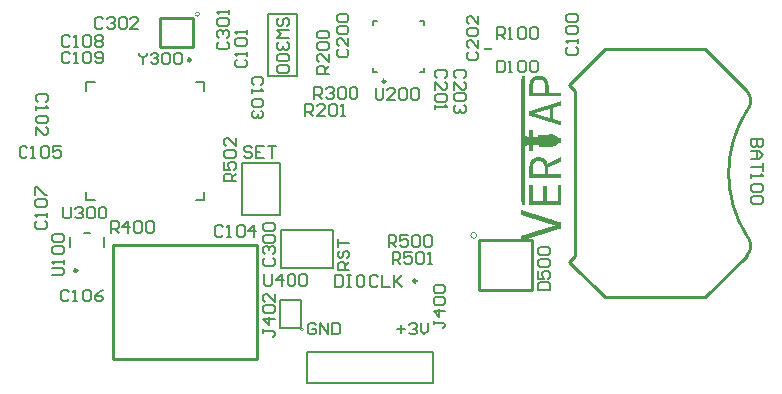
<source format=gbr>
%TF.GenerationSoftware,Altium Limited,Altium Designer,23.8.1 (32)*%
G04 Layer_Color=65535*
%FSLAX45Y45*%
%MOMM*%
%TF.SameCoordinates,BDBBB65B-ECCD-4A33-B3A0-C369F96B0D16*%
%TF.FilePolarity,Positive*%
%TF.FileFunction,Legend,Top*%
%TF.Part,Single*%
G01*
G75*
%TA.AperFunction,NonConductor*%
%ADD44C,0.25000*%
%ADD45C,0.25400*%
%ADD46C,0.12500*%
%ADD47C,0.20000*%
%ADD48C,0.12700*%
%ADD49C,0.15300*%
%ADD50R,0.80000X0.15000*%
G36*
X1257307Y830694D02*
X1264150D01*
Y829325D01*
X1269624D01*
Y827957D01*
X1273729D01*
Y826588D01*
X1277835D01*
Y825220D01*
X1280572D01*
Y823852D01*
X1283309D01*
Y822483D01*
X1286046D01*
Y821114D01*
X1288783D01*
Y819746D01*
X1290152D01*
Y818377D01*
X1292889D01*
Y817009D01*
X1294257D01*
Y815640D01*
X1295626D01*
Y814272D01*
X1296994D01*
Y812903D01*
X1299731D01*
Y811535D01*
X1301100D01*
Y808798D01*
X1302468D01*
Y807429D01*
X1303837D01*
Y806061D01*
X1305205D01*
Y804692D01*
X1306574D01*
Y803324D01*
X1307943D01*
Y800587D01*
X1309311D01*
Y799218D01*
X1310680D01*
Y796481D01*
X1312048D01*
Y795112D01*
X1313416D01*
Y791007D01*
X1314785D01*
Y788270D01*
X1316154D01*
Y785533D01*
X1317522D01*
Y781427D01*
X1318891D01*
Y777322D01*
X1320259D01*
Y773216D01*
X1321628D01*
Y765005D01*
X1322996D01*
Y749951D01*
X1324365D01*
Y686999D01*
X1429741D01*
Y655523D01*
X1161511D01*
Y758162D01*
X1162879D01*
Y767742D01*
X1164247D01*
Y774585D01*
X1165616D01*
Y778690D01*
X1166984D01*
Y784164D01*
X1168353D01*
Y786901D01*
X1169722D01*
Y791007D01*
X1171090D01*
Y793744D01*
X1172459D01*
Y795112D01*
X1173827D01*
Y797850D01*
X1175196D01*
Y799218D01*
X1176564D01*
Y801955D01*
X1177933D01*
Y803324D01*
X1179301D01*
Y804692D01*
X1180670D01*
Y807429D01*
X1182038D01*
Y808798D01*
X1183407D01*
Y810166D01*
X1184775D01*
Y811535D01*
X1186144D01*
Y812903D01*
X1187512D01*
Y814272D01*
X1188881D01*
Y815640D01*
X1191618D01*
Y817009D01*
X1192986D01*
Y818377D01*
X1194355D01*
Y819746D01*
X1197092D01*
Y821114D01*
X1199829D01*
Y822483D01*
X1202566D01*
Y823852D01*
X1205303D01*
Y825220D01*
X1208040D01*
Y826588D01*
X1210777D01*
Y827957D01*
X1216251D01*
Y829325D01*
X1220357D01*
Y830694D01*
X1228568D01*
Y832063D01*
X1257307D01*
Y830694D01*
D02*
G37*
G36*
X1429741Y578886D02*
X1427004D01*
Y577517D01*
X1422899D01*
Y576149D01*
X1417424D01*
Y574780D01*
X1413319D01*
Y573412D01*
X1409213D01*
Y572043D01*
X1403739D01*
Y570674D01*
X1399633D01*
Y569306D01*
X1394160D01*
Y567937D01*
X1390054D01*
Y566569D01*
X1385948D01*
Y565201D01*
X1380474D01*
Y563832D01*
X1376369D01*
Y562463D01*
X1370895D01*
Y561095D01*
X1366789D01*
Y559726D01*
X1362683D01*
Y463930D01*
X1366789D01*
Y462561D01*
X1370895D01*
Y461193D01*
X1376369D01*
Y459824D01*
X1380474D01*
Y458456D01*
X1385948D01*
Y457087D01*
X1390054D01*
Y455718D01*
X1394160D01*
Y454350D01*
X1399633D01*
Y452982D01*
X1403739D01*
Y451613D01*
X1409213D01*
Y450244D01*
X1413319D01*
Y448876D01*
X1417424D01*
Y447507D01*
X1422899D01*
Y446139D01*
X1427004D01*
Y444770D01*
X1429741D01*
Y409189D01*
X1428373D01*
Y410557D01*
X1424267D01*
Y411926D01*
X1420161D01*
Y413294D01*
X1416056D01*
Y414663D01*
X1410582D01*
Y416031D01*
X1406476D01*
Y417400D01*
X1402371D01*
Y418768D01*
X1398265D01*
Y420137D01*
X1394160D01*
Y421505D01*
X1388685D01*
Y422874D01*
X1384580D01*
Y424242D01*
X1380474D01*
Y425611D01*
X1376369D01*
Y426980D01*
X1372263D01*
Y428348D01*
X1366789D01*
Y429716D01*
X1362683D01*
Y431085D01*
X1358578D01*
Y432454D01*
X1354472D01*
Y433822D01*
X1350367D01*
Y435191D01*
X1344893D01*
Y436559D01*
X1340787D01*
Y437928D01*
X1336682D01*
Y439296D01*
X1332576D01*
Y440665D01*
X1328470D01*
Y442033D01*
X1322996D01*
Y443402D01*
X1318891D01*
Y444770D01*
X1314785D01*
Y446139D01*
X1310680D01*
Y447507D01*
X1306574D01*
Y448876D01*
X1301100D01*
Y450244D01*
X1296994D01*
Y451613D01*
X1292889D01*
Y452982D01*
X1288783D01*
Y454350D01*
X1284678D01*
Y455718D01*
X1279203D01*
Y457087D01*
X1275098D01*
Y458456D01*
X1270992D01*
Y459824D01*
X1266887D01*
Y461193D01*
X1262781D01*
Y462561D01*
X1257307D01*
Y463930D01*
X1253201D01*
Y465298D01*
X1249096D01*
Y466667D01*
X1244990D01*
Y468035D01*
X1240885D01*
Y469404D01*
X1236779D01*
Y470772D01*
X1231305D01*
Y472141D01*
X1227199D01*
Y473509D01*
X1223094D01*
Y474878D01*
X1218988D01*
Y476246D01*
X1214883D01*
Y477615D01*
X1209409D01*
Y478983D01*
X1205303D01*
Y480352D01*
X1201197D01*
Y481720D01*
X1197092D01*
Y483089D01*
X1192986D01*
Y484458D01*
X1187512D01*
Y485826D01*
X1183407D01*
Y487195D01*
X1179301D01*
Y488563D01*
X1175196D01*
Y489932D01*
X1171090D01*
Y491300D01*
X1165616D01*
Y492669D01*
X1161511D01*
Y530987D01*
X1165616D01*
Y532356D01*
X1169722D01*
Y533724D01*
X1173827D01*
Y535093D01*
X1177933D01*
Y536461D01*
X1182038D01*
Y537830D01*
X1187512D01*
Y539199D01*
X1191618D01*
Y540567D01*
X1195724D01*
Y541935D01*
X1199829D01*
Y543304D01*
X1203935D01*
Y544673D01*
X1209409D01*
Y546041D01*
X1213514D01*
Y547410D01*
X1217620D01*
Y548778D01*
X1221726D01*
Y550147D01*
X1225831D01*
Y551515D01*
X1231305D01*
Y552884D01*
X1235411D01*
Y554252D01*
X1239516D01*
Y555621D01*
X1243622D01*
Y556989D01*
X1249096D01*
Y558358D01*
X1253201D01*
Y559726D01*
X1257307D01*
Y561095D01*
X1261413D01*
Y562463D01*
X1265518D01*
Y563832D01*
X1270992D01*
Y565201D01*
X1275098D01*
Y566569D01*
X1279203D01*
Y567937D01*
X1283309D01*
Y569306D01*
X1287414D01*
Y570674D01*
X1292889D01*
Y572043D01*
X1296994D01*
Y573412D01*
X1301100D01*
Y574780D01*
X1305205D01*
Y576149D01*
X1309311D01*
Y577517D01*
X1314785D01*
Y578886D01*
X1318891D01*
Y580254D01*
X1322996D01*
Y581623D01*
X1327102D01*
Y582991D01*
X1332576D01*
Y584360D01*
X1336682D01*
Y585728D01*
X1340787D01*
Y587097D01*
X1344893D01*
Y588465D01*
X1348998D01*
Y589834D01*
X1354472D01*
Y591202D01*
X1358578D01*
Y592571D01*
X1362683D01*
Y593939D01*
X1366789D01*
Y595308D01*
X1370895D01*
Y596676D01*
X1376369D01*
Y598045D01*
X1380474D01*
Y599414D01*
X1384580D01*
Y600782D01*
X1388685D01*
Y602151D01*
X1394160D01*
Y603519D01*
X1398265D01*
Y604888D01*
X1402371D01*
Y606256D01*
X1406476D01*
Y607625D01*
X1410582D01*
Y608993D01*
X1416056D01*
Y610362D01*
X1420161D01*
Y611730D01*
X1424267D01*
Y613099D01*
X1428373D01*
Y614467D01*
X1429741D01*
Y578886D01*
D02*
G37*
G36*
X1121823Y821114D02*
X1123192D01*
Y812903D01*
X1124560D01*
Y801955D01*
X1125929D01*
Y658260D01*
Y656891D01*
Y654154D01*
X1127297D01*
Y647312D01*
X1125929D01*
Y645943D01*
X1127297D01*
Y320235D01*
X1139614D01*
Y318866D01*
X1140982D01*
Y316129D01*
X1142351D01*
Y313392D01*
X1143720D01*
Y312024D01*
X1149194D01*
Y313392D01*
X1161511D01*
Y369501D01*
X1190249D01*
Y313392D01*
X1238148D01*
Y327077D01*
X1239516D01*
Y328446D01*
X1242253D01*
Y329814D01*
X1262781D01*
Y331183D01*
X1265518D01*
Y332551D01*
X1301100D01*
Y331183D01*
X1302468D01*
Y329814D01*
X1307943D01*
Y331183D01*
X1325733D01*
Y332551D01*
X1329839D01*
Y333920D01*
X1362683D01*
Y332551D01*
X1364052D01*
Y331183D01*
X1366789D01*
Y329814D01*
X1369526D01*
Y328446D01*
X1373632D01*
Y327077D01*
X1377737D01*
Y325709D01*
X1381843D01*
Y324340D01*
X1384580D01*
Y322972D01*
X1388685D01*
Y321603D01*
X1392791D01*
Y320235D01*
X1395528D01*
Y318866D01*
X1398265D01*
Y317498D01*
X1399633D01*
Y314761D01*
X1401002D01*
Y307918D01*
X1402371D01*
Y306549D01*
X1407845D01*
Y305181D01*
X1413319D01*
Y303812D01*
X1418793D01*
Y302444D01*
X1424267D01*
Y301075D01*
X1429741D01*
Y264125D01*
X1424267D01*
Y262757D01*
X1418793D01*
Y261388D01*
X1414687D01*
Y260020D01*
X1409213D01*
Y258651D01*
X1403739D01*
Y257282D01*
X1401002D01*
Y249071D01*
X1399633D01*
Y246334D01*
X1398265D01*
Y244966D01*
X1394160D01*
Y243597D01*
X1391422D01*
Y242229D01*
X1387317D01*
Y240860D01*
X1383211D01*
Y239492D01*
X1380474D01*
Y238123D01*
X1376369D01*
Y236755D01*
X1372263D01*
Y235386D01*
X1369526D01*
Y234018D01*
X1366789D01*
Y232649D01*
X1365420D01*
Y231280D01*
X1364052D01*
Y229912D01*
X1362683D01*
Y228544D01*
X1329839D01*
Y229912D01*
X1328470D01*
Y231280D01*
X1302468D01*
Y229912D01*
X1301100D01*
Y228544D01*
X1291520D01*
Y227175D01*
X1290152D01*
Y228544D01*
X1288783D01*
Y227175D01*
X1287414D01*
Y228544D01*
X1284678D01*
Y227175D01*
X1283309D01*
Y228544D01*
X1281941D01*
Y227175D01*
X1266887D01*
Y228544D01*
X1265518D01*
Y229912D01*
X1242253D01*
Y231280D01*
X1240885D01*
Y235386D01*
X1239516D01*
Y244966D01*
X1190249D01*
Y194330D01*
X1161511D01*
Y244966D01*
X1157405D01*
Y243597D01*
X1143720D01*
Y240860D01*
X1142351D01*
Y238123D01*
X1140982D01*
Y236755D01*
X1139614D01*
Y235386D01*
X1127297D01*
Y-227175D01*
X1125929D01*
Y-244966D01*
X1124560D01*
Y-254545D01*
X1123192D01*
Y-260020D01*
X1098558D01*
Y-257282D01*
X1097190D01*
Y-249071D01*
X1095821D01*
Y-238123D01*
X1094453D01*
Y27371D01*
X1093084D01*
Y234018D01*
X1087610D01*
Y320235D01*
X1093084D01*
Y539199D01*
X1094453D01*
Y807429D01*
X1095821D01*
Y818377D01*
X1097190D01*
Y826588D01*
X1121823D01*
Y821114D01*
D02*
G37*
G36*
X1429741Y106745D02*
X1428373D01*
Y105376D01*
X1425635D01*
Y104008D01*
X1422899D01*
Y102639D01*
X1420161D01*
Y101271D01*
X1417424D01*
Y99902D01*
X1414687D01*
Y98534D01*
X1411950D01*
Y97165D01*
X1409213D01*
Y95797D01*
X1406476D01*
Y94428D01*
X1403739D01*
Y93060D01*
X1401002D01*
Y91691D01*
X1398265D01*
Y90323D01*
X1395528D01*
Y88954D01*
X1391422D01*
Y87586D01*
X1388685D01*
Y86217D01*
X1385948D01*
Y84848D01*
X1383211D01*
Y83480D01*
X1380474D01*
Y82112D01*
X1377737D01*
Y80743D01*
X1375000D01*
Y79374D01*
X1372263D01*
Y78006D01*
X1369526D01*
Y76637D01*
X1366789D01*
Y75269D01*
X1364052D01*
Y73900D01*
X1361315D01*
Y72532D01*
X1358578D01*
Y71163D01*
X1355841D01*
Y69795D01*
X1353104D01*
Y68426D01*
X1350367D01*
Y67058D01*
X1347630D01*
Y65689D01*
X1344893D01*
Y64321D01*
X1342156D01*
Y62952D01*
X1339418D01*
Y61584D01*
X1336682D01*
Y60215D01*
X1333944D01*
Y58846D01*
X1331207D01*
Y57478D01*
X1328470D01*
Y56110D01*
X1325733D01*
Y54741D01*
X1322996D01*
Y53373D01*
X1320259D01*
Y0D01*
X1429741D01*
Y-31476D01*
X1161511D01*
Y65689D01*
X1162879D01*
Y75269D01*
X1164247D01*
Y82112D01*
X1165616D01*
Y87586D01*
X1166984D01*
Y91691D01*
X1168353D01*
Y94428D01*
X1169722D01*
Y98534D01*
X1171090D01*
Y101271D01*
X1172459D01*
Y104008D01*
X1173827D01*
Y106745D01*
X1175196D01*
Y108113D01*
X1176564D01*
Y110850D01*
X1177933D01*
Y113588D01*
X1179301D01*
Y114956D01*
X1180670D01*
Y116325D01*
X1182038D01*
Y117693D01*
X1183407D01*
Y119062D01*
X1184775D01*
Y120430D01*
X1186144D01*
Y121799D01*
X1187512D01*
Y123167D01*
X1188881D01*
Y124536D01*
X1190249D01*
Y125904D01*
X1191618D01*
Y127273D01*
X1194355D01*
Y128641D01*
X1195724D01*
Y130010D01*
X1198461D01*
Y131378D01*
X1199829D01*
Y132747D01*
X1202566D01*
Y134115D01*
X1205303D01*
Y135484D01*
X1209409D01*
Y136852D01*
X1212146D01*
Y138221D01*
X1217620D01*
Y139590D01*
X1223094D01*
Y140958D01*
X1232674D01*
Y142327D01*
X1246359D01*
Y140958D01*
X1257307D01*
Y139590D01*
X1264150D01*
Y138221D01*
X1268255D01*
Y136852D01*
X1272361D01*
Y135484D01*
X1275098D01*
Y134115D01*
X1277835D01*
Y132747D01*
X1280572D01*
Y131378D01*
X1283309D01*
Y130010D01*
X1284678D01*
Y128641D01*
X1287414D01*
Y127273D01*
X1288783D01*
Y125904D01*
X1290152D01*
Y124536D01*
X1292889D01*
Y123167D01*
X1294257D01*
Y121799D01*
X1295626D01*
Y120430D01*
X1296994D01*
Y119062D01*
X1298363D01*
Y117693D01*
X1299731D01*
Y114956D01*
X1301100D01*
Y113588D01*
X1302468D01*
Y112219D01*
X1303837D01*
Y110850D01*
X1305205D01*
Y108113D01*
X1306574D01*
Y105376D01*
X1307943D01*
Y102639D01*
X1309311D01*
Y99902D01*
X1310680D01*
Y97165D01*
X1312048D01*
Y93060D01*
X1313416D01*
Y90323D01*
X1314785D01*
Y87586D01*
X1317522D01*
Y88954D01*
X1320259D01*
Y90323D01*
X1322996D01*
Y91691D01*
X1325733D01*
Y93060D01*
X1328470D01*
Y94428D01*
X1331207D01*
Y95797D01*
X1333944D01*
Y97165D01*
X1336682D01*
Y98534D01*
X1339418D01*
Y99902D01*
X1342156D01*
Y101271D01*
X1344893D01*
Y102639D01*
X1347630D01*
Y104008D01*
X1350367D01*
Y105376D01*
X1353104D01*
Y106745D01*
X1355841D01*
Y108113D01*
X1358578D01*
Y109482D01*
X1361315D01*
Y110850D01*
X1364052D01*
Y112219D01*
X1366789D01*
Y113588D01*
X1369526D01*
Y114956D01*
X1372263D01*
Y116325D01*
X1375000D01*
Y117693D01*
X1377737D01*
Y119062D01*
X1380474D01*
Y120430D01*
X1381843D01*
Y121799D01*
X1384580D01*
Y123167D01*
X1387317D01*
Y124536D01*
X1390054D01*
Y125904D01*
X1392791D01*
Y127273D01*
X1395528D01*
Y128641D01*
X1398265D01*
Y130010D01*
X1401002D01*
Y131378D01*
X1403739D01*
Y132747D01*
X1406476D01*
Y134115D01*
X1409213D01*
Y135484D01*
X1411950D01*
Y136852D01*
X1414687D01*
Y138221D01*
X1417424D01*
Y139590D01*
X1420161D01*
Y140958D01*
X1422899D01*
Y142327D01*
X1425635D01*
Y143695D01*
X1428373D01*
Y145063D01*
X1429741D01*
Y106745D01*
D02*
G37*
G36*
Y-260020D02*
X1161511D01*
Y-93060D01*
X1190249D01*
Y-227175D01*
X1279203D01*
Y-151906D01*
Y-150538D01*
Y-104008D01*
X1309311D01*
Y-227175D01*
X1401002D01*
Y-93060D01*
X1429741D01*
Y-260020D01*
D02*
G37*
G36*
X1095821Y-306549D02*
X1099927D01*
Y-307918D01*
X1104032D01*
Y-309286D01*
X1109507D01*
Y-310655D01*
X1113612D01*
Y-312024D01*
X1117718D01*
Y-313392D01*
X1121823D01*
Y-314760D01*
X1125929D01*
Y-316129D01*
X1130034D01*
Y-317497D01*
X1134140D01*
Y-318866D01*
X1138246D01*
Y-320235D01*
X1143720D01*
Y-321603D01*
X1147825D01*
Y-322972D01*
X1151931D01*
Y-324340D01*
X1156036D01*
Y-325709D01*
X1160142D01*
Y-327077D01*
X1164247D01*
Y-328446D01*
X1168353D01*
Y-329814D01*
X1172459D01*
Y-331183D01*
X1177933D01*
Y-332551D01*
X1182038D01*
Y-333920D01*
X1186144D01*
Y-335288D01*
X1190249D01*
Y-336657D01*
X1194355D01*
Y-338025D01*
X1198461D01*
Y-339394D01*
X1202566D01*
Y-340762D01*
X1206672D01*
Y-342131D01*
X1212146D01*
Y-343499D01*
X1216251D01*
Y-344868D01*
X1220357D01*
Y-346237D01*
X1224463D01*
Y-347605D01*
X1228568D01*
Y-348974D01*
X1232674D01*
Y-350342D01*
X1236779D01*
Y-351710D01*
X1240885D01*
Y-353079D01*
X1246359D01*
Y-354448D01*
X1250464D01*
Y-355816D01*
X1254570D01*
Y-357185D01*
X1258676D01*
Y-358553D01*
X1262781D01*
Y-359922D01*
X1266887D01*
Y-361290D01*
X1270992D01*
Y-362659D01*
X1275098D01*
Y-364027D01*
X1280572D01*
Y-365396D01*
X1284678D01*
Y-366764D01*
X1288783D01*
Y-368133D01*
X1292889D01*
Y-369501D01*
X1296994D01*
Y-370870D01*
X1301100D01*
Y-372239D01*
X1305205D01*
Y-373607D01*
X1309311D01*
Y-374976D01*
X1314785D01*
Y-376344D01*
X1318891D01*
Y-377712D01*
X1322996D01*
Y-379081D01*
X1327102D01*
Y-380450D01*
X1331207D01*
Y-381818D01*
X1335313D01*
Y-383187D01*
X1339418D01*
Y-384555D01*
X1343524D01*
Y-385924D01*
X1348998D01*
Y-387292D01*
X1353104D01*
Y-388661D01*
X1357209D01*
Y-390029D01*
X1361315D01*
Y-391398D01*
X1365420D01*
Y-392766D01*
X1369526D01*
Y-394135D01*
X1373632D01*
Y-395503D01*
X1377737D01*
Y-396872D01*
X1383211D01*
Y-398241D01*
X1387317D01*
Y-399609D01*
X1391422D01*
Y-400977D01*
X1395528D01*
Y-402346D01*
X1399633D01*
Y-403714D01*
X1403739D01*
Y-405083D01*
X1407845D01*
Y-406452D01*
X1411950D01*
Y-407820D01*
X1417424D01*
Y-409189D01*
X1421530D01*
Y-410557D01*
X1425635D01*
Y-411926D01*
X1429741D01*
Y-461193D01*
X1425635D01*
Y-462561D01*
X1421530D01*
Y-463929D01*
X1417424D01*
Y-465298D01*
X1411950D01*
Y-466667D01*
X1407845D01*
Y-468035D01*
X1403739D01*
Y-469404D01*
X1399633D01*
Y-470772D01*
X1395528D01*
Y-472141D01*
X1391422D01*
Y-473509D01*
X1387317D01*
Y-474878D01*
X1381843D01*
Y-476246D01*
X1377737D01*
Y-477615D01*
X1373632D01*
Y-478983D01*
X1369526D01*
Y-480352D01*
X1365420D01*
Y-481720D01*
X1361315D01*
Y-483089D01*
X1357209D01*
Y-484458D01*
X1353104D01*
Y-485826D01*
X1347630D01*
Y-487195D01*
X1343524D01*
Y-488563D01*
X1339418D01*
Y-489931D01*
X1335313D01*
Y-491300D01*
X1331207D01*
Y-492669D01*
X1327102D01*
Y-494037D01*
X1322996D01*
Y-495406D01*
X1317522D01*
Y-496774D01*
X1313416D01*
Y-498143D01*
X1309311D01*
Y-499511D01*
X1305205D01*
Y-500880D01*
X1301100D01*
Y-502248D01*
X1296994D01*
Y-503617D01*
X1292889D01*
Y-504985D01*
X1287414D01*
Y-506354D01*
X1283309D01*
Y-507722D01*
X1279203D01*
Y-509091D01*
X1275098D01*
Y-510459D01*
X1270992D01*
Y-511828D01*
X1266887D01*
Y-513196D01*
X1262781D01*
Y-514565D01*
X1257307D01*
Y-515933D01*
X1253201D01*
Y-517302D01*
X1249096D01*
Y-518671D01*
X1244990D01*
Y-520039D01*
X1240885D01*
Y-521408D01*
X1236779D01*
Y-522776D01*
X1232674D01*
Y-524145D01*
X1227199D01*
Y-525513D01*
X1223094D01*
Y-526882D01*
X1218988D01*
Y-528250D01*
X1214883D01*
Y-529619D01*
X1210777D01*
Y-530987D01*
X1206672D01*
Y-532356D01*
X1202566D01*
Y-533724D01*
X1197092D01*
Y-535093D01*
X1192986D01*
Y-536461D01*
X1188881D01*
Y-537830D01*
X1184775D01*
Y-539198D01*
X1180670D01*
Y-540567D01*
X1176564D01*
Y-541935D01*
X1172459D01*
Y-543304D01*
X1168353D01*
Y-544673D01*
X1162879D01*
Y-546041D01*
X1158773D01*
Y-547410D01*
X1154668D01*
Y-548778D01*
X1150562D01*
Y-550146D01*
X1146457D01*
Y-551515D01*
X1142351D01*
Y-552884D01*
X1138246D01*
Y-554252D01*
X1132771D01*
Y-555621D01*
X1128666D01*
Y-556989D01*
X1124560D01*
Y-558358D01*
X1120455D01*
Y-559726D01*
X1116349D01*
Y-561095D01*
X1112244D01*
Y-562463D01*
X1108138D01*
Y-563832D01*
X1102664D01*
Y-565200D01*
X1098558D01*
Y-566569D01*
X1094453D01*
Y-524145D01*
X1097190D01*
Y-522776D01*
X1101295D01*
Y-521408D01*
X1105401D01*
Y-520039D01*
X1109507D01*
Y-518671D01*
X1114980D01*
Y-517302D01*
X1119086D01*
Y-515933D01*
X1123192D01*
Y-514565D01*
X1127297D01*
Y-513196D01*
X1132771D01*
Y-511828D01*
X1136877D01*
Y-510459D01*
X1140982D01*
Y-509091D01*
X1145088D01*
Y-507722D01*
X1150562D01*
Y-506354D01*
X1154668D01*
Y-504985D01*
X1158773D01*
Y-503617D01*
X1162879D01*
Y-502248D01*
X1166984D01*
Y-500880D01*
X1172459D01*
Y-499511D01*
X1176564D01*
Y-498143D01*
X1180670D01*
Y-496774D01*
X1184775D01*
Y-495406D01*
X1190249D01*
Y-494037D01*
X1194355D01*
Y-492669D01*
X1198461D01*
Y-491300D01*
X1202566D01*
Y-489931D01*
X1206672D01*
Y-488563D01*
X1212146D01*
Y-487195D01*
X1216251D01*
Y-485826D01*
X1220357D01*
Y-484458D01*
X1224463D01*
Y-483089D01*
X1229937D01*
Y-481720D01*
X1234042D01*
Y-480352D01*
X1238148D01*
Y-478983D01*
X1242253D01*
Y-477615D01*
X1247728D01*
Y-476246D01*
X1251833D01*
Y-474878D01*
X1255939D01*
Y-473509D01*
X1260044D01*
Y-472141D01*
X1264150D01*
Y-470772D01*
X1269624D01*
Y-469404D01*
X1273729D01*
Y-468035D01*
X1277835D01*
Y-466667D01*
X1281941D01*
Y-465298D01*
X1287414D01*
Y-463929D01*
X1291520D01*
Y-462561D01*
X1295626D01*
Y-461193D01*
X1299731D01*
Y-459824D01*
X1305205D01*
Y-458456D01*
X1309311D01*
Y-457087D01*
X1313416D01*
Y-455718D01*
X1317522D01*
Y-454350D01*
X1321628D01*
Y-452981D01*
X1327102D01*
Y-451613D01*
X1331207D01*
Y-450244D01*
X1335313D01*
Y-448876D01*
X1339418D01*
Y-447507D01*
X1344893D01*
Y-446139D01*
X1348998D01*
Y-444770D01*
X1353104D01*
Y-443402D01*
X1357209D01*
Y-442033D01*
X1361315D01*
Y-440665D01*
X1366789D01*
Y-439296D01*
X1370895D01*
Y-437927D01*
X1375000D01*
Y-435191D01*
X1370895D01*
Y-433822D01*
X1366789D01*
Y-432454D01*
X1361315D01*
Y-431085D01*
X1357209D01*
Y-429716D01*
X1353104D01*
Y-428348D01*
X1348998D01*
Y-426979D01*
X1344893D01*
Y-425611D01*
X1339418D01*
Y-424242D01*
X1335313D01*
Y-422874D01*
X1331207D01*
Y-421505D01*
X1327102D01*
Y-420137D01*
X1321628D01*
Y-418768D01*
X1317522D01*
Y-417400D01*
X1313416D01*
Y-416031D01*
X1309311D01*
Y-414663D01*
X1303837D01*
Y-413294D01*
X1299731D01*
Y-411926D01*
X1295626D01*
Y-410557D01*
X1291520D01*
Y-409189D01*
X1287414D01*
Y-407820D01*
X1281941D01*
Y-406452D01*
X1277835D01*
Y-405083D01*
X1273729D01*
Y-403714D01*
X1269624D01*
Y-402346D01*
X1264150D01*
Y-400977D01*
X1260044D01*
Y-399609D01*
X1255939D01*
Y-398241D01*
X1251833D01*
Y-396872D01*
X1247728D01*
Y-395503D01*
X1242253D01*
Y-394135D01*
X1238148D01*
Y-392766D01*
X1234042D01*
Y-391398D01*
X1229937D01*
Y-390029D01*
X1224463D01*
Y-388661D01*
X1220357D01*
Y-387292D01*
X1216251D01*
Y-385924D01*
X1212146D01*
Y-384555D01*
X1206672D01*
Y-383187D01*
X1202566D01*
Y-381818D01*
X1198461D01*
Y-380450D01*
X1194355D01*
Y-379081D01*
X1190249D01*
Y-377712D01*
X1184775D01*
Y-376344D01*
X1180670D01*
Y-374976D01*
X1176564D01*
Y-373607D01*
X1172459D01*
Y-372239D01*
X1166984D01*
Y-370870D01*
X1162879D01*
Y-369501D01*
X1158773D01*
Y-368133D01*
X1154668D01*
Y-366764D01*
X1150562D01*
Y-365396D01*
X1145088D01*
Y-364027D01*
X1140982D01*
Y-362659D01*
X1136877D01*
Y-361290D01*
X1132771D01*
Y-359922D01*
X1127297D01*
Y-358553D01*
X1123192D01*
Y-357185D01*
X1119086D01*
Y-355816D01*
X1114980D01*
Y-354448D01*
X1109507D01*
Y-353079D01*
X1105401D01*
Y-351710D01*
X1101295D01*
Y-350342D01*
X1097190D01*
Y-348974D01*
X1094453D01*
Y-305181D01*
X1095821D01*
Y-306549D01*
D02*
G37*
%LPC*%
G36*
X1254570Y799218D02*
X1231305D01*
Y797850D01*
X1225831D01*
Y796481D01*
X1221726D01*
Y795112D01*
X1218988D01*
Y793744D01*
X1214883D01*
Y792375D01*
X1213514D01*
Y791007D01*
X1210777D01*
Y789638D01*
X1209409D01*
Y788270D01*
X1208040D01*
Y786901D01*
X1205303D01*
Y785533D01*
X1203935D01*
Y784164D01*
X1202566D01*
Y781427D01*
X1201197D01*
Y780059D01*
X1199829D01*
Y778690D01*
X1198461D01*
Y775953D01*
X1197092D01*
Y773216D01*
X1195724D01*
Y770479D01*
X1194355D01*
Y766373D01*
X1192986D01*
Y760899D01*
X1191618D01*
Y749951D01*
X1190249D01*
Y686999D01*
X1294257D01*
Y756794D01*
X1292889D01*
Y763637D01*
X1291520D01*
Y767742D01*
X1290152D01*
Y771848D01*
X1288783D01*
Y774585D01*
X1287414D01*
Y777322D01*
X1286046D01*
Y780059D01*
X1284678D01*
Y781427D01*
X1283309D01*
Y782796D01*
X1281941D01*
Y784164D01*
X1280572D01*
Y785533D01*
X1279203D01*
Y786901D01*
X1277835D01*
Y788270D01*
X1276466D01*
Y789638D01*
X1273729D01*
Y791007D01*
X1272361D01*
Y792375D01*
X1269624D01*
Y793744D01*
X1266887D01*
Y795112D01*
X1264150D01*
Y796481D01*
X1260044D01*
Y797850D01*
X1254570D01*
Y799218D01*
D02*
G37*
G36*
X1336682Y551515D02*
X1335313D01*
Y550147D01*
X1329839D01*
Y548778D01*
X1325733D01*
Y547410D01*
X1321628D01*
Y546041D01*
X1316154D01*
Y544673D01*
X1312048D01*
Y543304D01*
X1307943D01*
Y541935D01*
X1302468D01*
Y540567D01*
X1298363D01*
Y539199D01*
X1292889D01*
Y537830D01*
X1288783D01*
Y536461D01*
X1284678D01*
Y535093D01*
X1279203D01*
Y533724D01*
X1275098D01*
Y532356D01*
X1270992D01*
Y530987D01*
X1265518D01*
Y529619D01*
X1261413D01*
Y528250D01*
X1257307D01*
Y526882D01*
X1251833D01*
Y525513D01*
X1247728D01*
Y524145D01*
X1243622D01*
Y522776D01*
X1238148D01*
Y521408D01*
X1234042D01*
Y520039D01*
X1229937D01*
Y518671D01*
X1224463D01*
Y517302D01*
X1220357D01*
Y515934D01*
X1216251D01*
Y514565D01*
X1210777D01*
Y513197D01*
X1206672D01*
Y510459D01*
X1210777D01*
Y509091D01*
X1214883D01*
Y507722D01*
X1220357D01*
Y506354D01*
X1224463D01*
Y504985D01*
X1229937D01*
Y503617D01*
X1234042D01*
Y502248D01*
X1238148D01*
Y500880D01*
X1243622D01*
Y499511D01*
X1247728D01*
Y498143D01*
X1251833D01*
Y496774D01*
X1257307D01*
Y495406D01*
X1261413D01*
Y494037D01*
X1265518D01*
Y492669D01*
X1270992D01*
Y491300D01*
X1275098D01*
Y489932D01*
X1279203D01*
Y488563D01*
X1284678D01*
Y487195D01*
X1288783D01*
Y485826D01*
X1292889D01*
Y484458D01*
X1298363D01*
Y483089D01*
X1302468D01*
Y481720D01*
X1306574D01*
Y480352D01*
X1312048D01*
Y478983D01*
X1316154D01*
Y477615D01*
X1321628D01*
Y476246D01*
X1325733D01*
Y474878D01*
X1329839D01*
Y473509D01*
X1335313D01*
Y472141D01*
X1336682D01*
Y551515D01*
D02*
G37*
G36*
X1243622Y109482D02*
X1236779D01*
Y108113D01*
X1225831D01*
Y106745D01*
X1221726D01*
Y105376D01*
X1217620D01*
Y104008D01*
X1216251D01*
Y102639D01*
X1213514D01*
Y101271D01*
X1210777D01*
Y99902D01*
X1209409D01*
Y98534D01*
X1208040D01*
Y97165D01*
X1205303D01*
Y95797D01*
X1203935D01*
Y94428D01*
X1202566D01*
Y93060D01*
X1201197D01*
Y90323D01*
X1199829D01*
Y88954D01*
X1198461D01*
Y86217D01*
X1197092D01*
Y83480D01*
X1195724D01*
Y79374D01*
X1194355D01*
Y75269D01*
X1192986D01*
Y68426D01*
X1191618D01*
Y57478D01*
X1190249D01*
Y1369D01*
X1191618D01*
Y0D01*
X1290152D01*
Y64321D01*
X1288783D01*
Y71163D01*
X1287414D01*
Y76637D01*
X1286046D01*
Y80743D01*
X1284678D01*
Y83480D01*
X1283309D01*
Y86217D01*
X1281941D01*
Y87586D01*
X1280572D01*
Y90323D01*
X1279203D01*
Y91691D01*
X1277835D01*
Y93060D01*
X1276466D01*
Y95797D01*
X1273729D01*
Y97165D01*
X1272361D01*
Y98534D01*
X1270992D01*
Y99902D01*
X1269624D01*
Y101271D01*
X1266887D01*
Y102639D01*
X1264150D01*
Y104008D01*
X1261413D01*
Y105376D01*
X1258676D01*
Y106745D01*
X1253201D01*
Y108113D01*
X1243622D01*
Y109482D01*
D02*
G37*
%LPD*%
D44*
X204500Y-906500D02*
G03*
X204500Y-906500I-12500J0D01*
G01*
X-1705000Y965000D02*
G03*
X-1705000Y965000I-12500J0D01*
G01*
X-57500Y785000D02*
G03*
X-57500Y785000I-12500J0D01*
G01*
X-2667500Y-818500D02*
G03*
X-2667500Y-818500I-12500J0D01*
G01*
D45*
X3000000Y530000D02*
G03*
X3000000Y-520000I835417J-525000D01*
G01*
Y-695000D02*
G03*
X3000000Y-520000I-87500J87500D01*
G01*
Y530000D02*
G03*
X3000000Y705000I-87500J87500D01*
G01*
X1575000Y-820000D02*
X1725000Y-970000D01*
X1500000Y755000D02*
X1800000Y1055000D01*
X1500000Y-745000D02*
X1550000Y-695000D01*
Y705000D01*
X1500000Y755000D02*
X1550000Y705000D01*
X1500000Y-745000D02*
X1575000Y-820000D01*
X1725000Y-970000D02*
X1800000Y-1045000D01*
Y1055000D02*
X2650000D01*
X1800000Y-1045000D02*
X2650000D01*
X3000000Y-695000D01*
X2650000Y1055000D02*
X3000000Y705000D01*
X-2364600Y-1569700D02*
X-1145400D01*
X-2364600Y-604500D02*
X-1145400D01*
Y-1569700D02*
Y-604500D01*
X-2364600Y-1569700D02*
Y-604500D01*
X735500Y-985500D02*
Y-560500D01*
Y-985500D02*
X1185500D01*
Y-560500D01*
X735500D02*
X1185500D01*
X-1968750Y1076250D02*
X-1688750D01*
X-1968750D02*
Y1316250D01*
X-1688750Y1076250D02*
Y1316250D01*
X-1968750D02*
X-1688750D01*
D46*
X715500Y-520500D02*
G03*
X715500Y-520500I-25000J0D01*
G01*
X-752500Y-1317500D02*
G03*
X-752500Y-1317500I-10000J0D01*
G01*
X-1668750Y1346250D02*
G03*
X-1669776Y1352575I18974J6325D01*
G01*
D47*
X-722500Y-1774000D02*
X344500D01*
X-722500D02*
Y-1507000D01*
X344500D01*
Y-1774000D02*
Y-1507000D01*
X-1592500Y702500D02*
Y775000D01*
Y-225000D02*
Y-152500D01*
X-2592500Y-225000D02*
X-2520000D01*
X-1665000D02*
X-1592500D01*
X-2592500Y702500D02*
Y775000D01*
Y-225000D02*
Y-152500D01*
Y775000D02*
X-2520000D01*
X-1665000D02*
X-1592500D01*
X-160000Y865000D02*
X-127500D01*
X-160000D02*
Y897500D01*
X237500Y865000D02*
X270000D01*
Y897500D01*
Y1262500D02*
Y1295000D01*
X237500D02*
X270000D01*
X-160000D02*
X-127500D01*
X-160000Y1262500D02*
Y1295000D01*
X-2730000Y-622500D02*
Y-534500D01*
X-2609500Y-498500D02*
X-2560500D01*
X-2440000Y-622500D02*
Y-534500D01*
D48*
X-502500Y-797500D02*
Y-477500D01*
X-942500D02*
X-502500D01*
X-942500Y-797500D02*
Y-477500D01*
Y-797500D02*
X-502500D01*
X-1272500Y95000D02*
X-952500D01*
X-1272500Y-345000D02*
Y95000D01*
Y-345000D02*
X-952500D01*
Y95000D01*
X-1050000Y1350000D02*
X-810000D01*
X-1050000Y830000D02*
Y1350000D01*
Y830000D02*
X-810000D01*
Y1350000D01*
X-952500Y-1067500D02*
X-772500D01*
X-952500Y-1307500D02*
Y-1067500D01*
X-772500Y-1307500D02*
Y-1067500D01*
X-952500Y-1307500D02*
X-772500D01*
D49*
X-484700Y-859732D02*
Y-959700D01*
X-434716D01*
X-418055Y-943039D01*
Y-876394D01*
X-434716Y-859732D01*
X-484700D01*
X-384732D02*
X-351410D01*
X-368071D01*
Y-959700D01*
X-384732D01*
X-351410D01*
X-251442Y-859732D02*
X-284764D01*
X-301426Y-876394D01*
Y-943039D01*
X-284764Y-959700D01*
X-251442D01*
X-234781Y-943039D01*
Y-876394D01*
X-251442Y-859732D01*
X-118055Y-876394D02*
X-134716Y-859732D01*
X-168039D01*
X-184700Y-876394D01*
Y-943039D01*
X-168039Y-959700D01*
X-134716D01*
X-118055Y-943039D01*
X-84732Y-859732D02*
Y-959700D01*
X-18087D01*
X15235Y-859732D02*
Y-959700D01*
Y-926378D01*
X81880Y-859732D01*
X31897Y-909716D01*
X81880Y-959700D01*
X40300Y-1309716D02*
X106945D01*
X73622Y-1276394D02*
Y-1343039D01*
X140268Y-1276394D02*
X156929Y-1259732D01*
X190252D01*
X206913Y-1276394D01*
Y-1293055D01*
X190252Y-1309716D01*
X173590D01*
X190252D01*
X206913Y-1326378D01*
Y-1343039D01*
X190252Y-1359700D01*
X156929D01*
X140268Y-1343039D01*
X240235Y-1259732D02*
Y-1326378D01*
X273558Y-1359700D01*
X306881Y-1326378D01*
Y-1259732D01*
X350016Y-1241629D02*
Y-1274951D01*
Y-1258290D01*
X433322D01*
X449984Y-1274951D01*
Y-1291613D01*
X433322Y-1308274D01*
X449984Y-1158322D02*
X350016D01*
X400000Y-1208306D01*
Y-1141661D01*
X366677Y-1108338D02*
X350016Y-1091677D01*
Y-1058354D01*
X366677Y-1041693D01*
X433322D01*
X449984Y-1058354D01*
Y-1091677D01*
X433322Y-1108338D01*
X366677D01*
Y-1008371D02*
X350016Y-991709D01*
Y-958387D01*
X366677Y-941726D01*
X433322D01*
X449984Y-958387D01*
Y-991709D01*
X433322Y-1008371D01*
X366677D01*
X-643055Y-1276394D02*
X-659716Y-1259732D01*
X-693039D01*
X-709700Y-1276394D01*
Y-1343039D01*
X-693039Y-1359700D01*
X-659716D01*
X-643055Y-1343039D01*
Y-1309716D01*
X-676378D01*
X-609732Y-1359700D02*
Y-1259732D01*
X-543087Y-1359700D01*
Y-1259732D01*
X-509765D02*
Y-1359700D01*
X-459781D01*
X-443120Y-1343039D01*
Y-1276394D01*
X-459781Y-1259732D01*
X-509765D01*
X3139984Y294911D02*
X3040016D01*
Y244927D01*
X3056677Y228266D01*
X3073339D01*
X3090000Y244927D01*
Y294911D01*
Y244927D01*
X3106661Y228266D01*
X3123322D01*
X3139984Y244927D01*
Y294911D01*
X3040016Y194943D02*
X3106661D01*
X3139984Y161620D01*
X3106661Y128298D01*
X3040016D01*
X3090000D01*
Y194943D01*
X3139984Y94975D02*
Y28330D01*
Y61653D01*
X3040016D01*
Y-4993D02*
Y-38315D01*
Y-21654D01*
X3139984D01*
X3123322Y-4993D01*
Y-88299D02*
X3139984Y-104960D01*
Y-138283D01*
X3123322Y-154944D01*
X3056677D01*
X3040016Y-138283D01*
Y-104960D01*
X3056677Y-88299D01*
X3123322D01*
Y-188267D02*
X3139984Y-204928D01*
Y-238251D01*
X3123322Y-254912D01*
X3056677D01*
X3040016Y-238251D01*
Y-204928D01*
X3056677Y-188267D01*
X3123322D01*
X-1092484Y-1314129D02*
Y-1347452D01*
Y-1330790D01*
X-1009178D01*
X-992516Y-1347452D01*
Y-1364113D01*
X-1009178Y-1380774D01*
X-992516Y-1230823D02*
X-1092484D01*
X-1042500Y-1280806D01*
Y-1214161D01*
X-1075823Y-1180839D02*
X-1092484Y-1164177D01*
Y-1130855D01*
X-1075823Y-1114194D01*
X-1009178D01*
X-992516Y-1130855D01*
Y-1164177D01*
X-1009178Y-1180839D01*
X-1075823D01*
X-992516Y-1014226D02*
Y-1080871D01*
X-1059161Y-1014226D01*
X-1075823D01*
X-1092484Y-1030887D01*
Y-1064209D01*
X-1075823Y-1080871D01*
X-2785774Y-277516D02*
Y-360822D01*
X-2769113Y-377484D01*
X-2735790D01*
X-2719129Y-360822D01*
Y-277516D01*
X-2685806Y-294177D02*
X-2669145Y-277516D01*
X-2635823D01*
X-2619161Y-294177D01*
Y-310839D01*
X-2635823Y-327500D01*
X-2652484D01*
X-2635823D01*
X-2619161Y-344161D01*
Y-360822D01*
X-2635823Y-377484D01*
X-2669145D01*
X-2685806Y-360822D01*
X-2585839Y-294177D02*
X-2569177Y-277516D01*
X-2535855D01*
X-2519194Y-294177D01*
Y-360822D01*
X-2535855Y-377484D01*
X-2569177D01*
X-2585839Y-360822D01*
Y-294177D01*
X-2485871D02*
X-2469209Y-277516D01*
X-2435887D01*
X-2419226Y-294177D01*
Y-360822D01*
X-2435887Y-377484D01*
X-2469209D01*
X-2485871Y-360822D01*
Y-294177D01*
X-1325016Y-63274D02*
X-1424984D01*
Y-13291D01*
X-1408323Y3371D01*
X-1375000D01*
X-1358339Y-13291D01*
Y-63274D01*
Y-29952D02*
X-1325016Y3371D01*
X-1424984Y103338D02*
Y36693D01*
X-1375000D01*
X-1391661Y70016D01*
Y86677D01*
X-1375000Y103338D01*
X-1341678D01*
X-1325016Y86677D01*
Y53355D01*
X-1341678Y36693D01*
X-1408323Y136661D02*
X-1424984Y153323D01*
Y186645D01*
X-1408323Y203306D01*
X-1341678D01*
X-1325016Y186645D01*
Y153323D01*
X-1341678Y136661D01*
X-1408323D01*
X-1325016Y303274D02*
Y236629D01*
X-1391661Y303274D01*
X-1408323D01*
X-1424984Y286613D01*
Y253290D01*
X-1408323Y236629D01*
X-362516Y-815791D02*
X-462484D01*
Y-765807D01*
X-445823Y-749146D01*
X-412500D01*
X-395839Y-765807D01*
Y-815791D01*
Y-782468D02*
X-362516Y-749146D01*
X-445823Y-649178D02*
X-462484Y-665839D01*
Y-699161D01*
X-445823Y-715823D01*
X-429161D01*
X-412500Y-699161D01*
Y-665839D01*
X-395839Y-649178D01*
X-379178D01*
X-362516Y-665839D01*
Y-699161D01*
X-379178Y-715823D01*
X-462484Y-615855D02*
Y-549210D01*
Y-582532D01*
X-362516D01*
X885056Y1140016D02*
Y1239984D01*
X935040D01*
X951701Y1223322D01*
Y1190000D01*
X935040Y1173339D01*
X885056D01*
X918379D02*
X951701Y1140016D01*
X985024D02*
X1018347D01*
X1001686D01*
Y1239984D01*
X985024Y1223322D01*
X1068331D02*
X1084992Y1239984D01*
X1118315D01*
X1134976Y1223322D01*
Y1156677D01*
X1118315Y1140016D01*
X1084992D01*
X1068331Y1156677D01*
Y1223322D01*
X1168298D02*
X1184960Y1239984D01*
X1218282D01*
X1234943Y1223322D01*
Y1156677D01*
X1218282Y1140016D01*
X1184960D01*
X1168298Y1156677D01*
Y1223322D01*
X646677Y1033371D02*
X630016Y1016710D01*
Y983387D01*
X646677Y966726D01*
X713322D01*
X729984Y983387D01*
Y1016710D01*
X713322Y1033371D01*
X729984Y1133339D02*
Y1066694D01*
X663339Y1133339D01*
X646677D01*
X630016Y1116677D01*
Y1083355D01*
X646677Y1066694D01*
Y1166661D02*
X630016Y1183323D01*
Y1216645D01*
X646677Y1233306D01*
X713322D01*
X729984Y1216645D01*
Y1183323D01*
X713322Y1166661D01*
X646677D01*
X729984Y1333274D02*
Y1266629D01*
X663339Y1333274D01*
X646677D01*
X630016Y1316613D01*
Y1283291D01*
X646677Y1266629D01*
X443323Y812468D02*
X459984Y829129D01*
Y862451D01*
X443323Y879113D01*
X376678D01*
X360016Y862451D01*
Y829129D01*
X376678Y812468D01*
X360016Y712500D02*
Y779145D01*
X426661Y712500D01*
X443323D01*
X459984Y729161D01*
Y762483D01*
X443323Y779145D01*
Y679177D02*
X459984Y662516D01*
Y629193D01*
X443323Y612532D01*
X376678D01*
X360016Y629193D01*
Y662516D01*
X376678Y679177D01*
X443323D01*
X360016Y579209D02*
Y545887D01*
Y562548D01*
X459984D01*
X443323Y579209D01*
X610823Y814129D02*
X627484Y830790D01*
Y864113D01*
X610823Y880774D01*
X544178D01*
X527516Y864113D01*
Y830790D01*
X544178Y814129D01*
X527516Y714161D02*
Y780806D01*
X594161Y714161D01*
X610823D01*
X627484Y730822D01*
Y764145D01*
X610823Y780806D01*
Y680838D02*
X627484Y664177D01*
Y630854D01*
X610823Y614193D01*
X544178D01*
X527516Y630854D01*
Y664177D01*
X544178Y680838D01*
X610823D01*
Y580871D02*
X627484Y564209D01*
Y530887D01*
X610823Y514226D01*
X594161D01*
X577500Y530887D01*
Y547548D01*
Y530887D01*
X560839Y514226D01*
X544178D01*
X527516Y530887D01*
Y564209D01*
X544178Y580871D01*
X-140774Y724984D02*
Y641677D01*
X-124113Y625016D01*
X-90790D01*
X-74129Y641677D01*
Y724984D01*
X25839Y625016D02*
X-40806D01*
X25839Y691661D01*
Y708322D01*
X9178Y724984D01*
X-24145D01*
X-40806Y708322D01*
X59161D02*
X75823Y724984D01*
X109145D01*
X125806Y708322D01*
Y641677D01*
X109145Y625016D01*
X75823D01*
X59161Y641677D01*
Y708322D01*
X159129D02*
X175791Y724984D01*
X209113D01*
X225774Y708322D01*
Y641677D01*
X209113Y625016D01*
X175791D01*
X159129Y641677D01*
Y708322D01*
X-1184145Y218322D02*
X-1200806Y234984D01*
X-1234129D01*
X-1250790Y218322D01*
Y201661D01*
X-1234129Y185000D01*
X-1200806D01*
X-1184145Y168338D01*
Y151677D01*
X-1200806Y135016D01*
X-1234129D01*
X-1250790Y151677D01*
X-1084177Y234984D02*
X-1150822D01*
Y135016D01*
X-1084177D01*
X-1150822Y185000D02*
X-1117500D01*
X-1050855Y234984D02*
X-984210D01*
X-1017532D01*
Y135016D01*
X-1106677Y753299D02*
X-1090016Y769960D01*
Y803282D01*
X-1106677Y819944D01*
X-1173323D01*
X-1189984Y803282D01*
Y769960D01*
X-1173323Y753299D01*
X-1189984Y719976D02*
Y686653D01*
Y703315D01*
X-1090016D01*
X-1106677Y719976D01*
Y636670D02*
X-1090016Y620008D01*
Y586686D01*
X-1106677Y570025D01*
X-1173323D01*
X-1189984Y586686D01*
Y620008D01*
X-1173323Y636670D01*
X-1106677D01*
Y536702D02*
X-1090016Y520040D01*
Y486718D01*
X-1106677Y470057D01*
X-1123339D01*
X-1140000Y486718D01*
Y503379D01*
Y486718D01*
X-1156661Y470057D01*
X-1173323D01*
X-1189984Y486718D01*
Y520040D01*
X-1173323Y536702D01*
X-2877484Y-859943D02*
X-2794178D01*
X-2777517Y-843282D01*
Y-809960D01*
X-2794178Y-793298D01*
X-2877484D01*
X-2777517Y-759976D02*
Y-726653D01*
Y-743314D01*
X-2877484D01*
X-2860823Y-759976D01*
Y-676669D02*
X-2877484Y-660008D01*
Y-626685D01*
X-2860823Y-610024D01*
X-2794178D01*
X-2777517Y-626685D01*
Y-660008D01*
X-2794178Y-676669D01*
X-2860823D01*
Y-576701D02*
X-2877484Y-560040D01*
Y-526718D01*
X-2860823Y-510056D01*
X-2794178D01*
X-2777517Y-526718D01*
Y-560040D01*
X-2794178Y-576701D01*
X-2860823D01*
X-3088298Y215823D02*
X-3104960Y232484D01*
X-3138282D01*
X-3154943Y215823D01*
Y149178D01*
X-3138282Y132516D01*
X-3104960D01*
X-3088298Y149178D01*
X-3054976Y132516D02*
X-3021653D01*
X-3038314D01*
Y232484D01*
X-3054976Y215823D01*
X-2971669D02*
X-2955008Y232484D01*
X-2921685D01*
X-2905024Y215823D01*
Y149178D01*
X-2921685Y132516D01*
X-2955008D01*
X-2971669Y149178D01*
Y215823D01*
X-2805056Y232484D02*
X-2871701D01*
Y182500D01*
X-2838379Y199161D01*
X-2821717D01*
X-2805056Y182500D01*
Y149178D01*
X-2821717Y132516D01*
X-2855040D01*
X-2871701Y149178D01*
X-2383274Y-502484D02*
Y-402516D01*
X-2333290D01*
X-2316629Y-419177D01*
Y-452500D01*
X-2333290Y-469161D01*
X-2383274D01*
X-2349952D02*
X-2316629Y-502484D01*
X-2233322D02*
Y-402516D01*
X-2283306Y-452500D01*
X-2216661D01*
X-2183339Y-419177D02*
X-2166677Y-402516D01*
X-2133355D01*
X-2116694Y-419177D01*
Y-485822D01*
X-2133355Y-502484D01*
X-2166677D01*
X-2183339Y-485822D01*
Y-419177D01*
X-2083371D02*
X-2066709Y-402516D01*
X-2033387D01*
X-2016726Y-419177D01*
Y-485822D01*
X-2033387Y-502484D01*
X-2066709D01*
X-2083371Y-485822D01*
Y-419177D01*
X-2730798Y1158323D02*
X-2747460Y1174984D01*
X-2780782D01*
X-2797443Y1158323D01*
Y1091678D01*
X-2780782Y1075016D01*
X-2747460D01*
X-2730798Y1091678D01*
X-2697476Y1075016D02*
X-2664153D01*
X-2680814D01*
Y1174984D01*
X-2697476Y1158323D01*
X-2614169D02*
X-2597508Y1174984D01*
X-2564185D01*
X-2547524Y1158323D01*
Y1091678D01*
X-2564185Y1075016D01*
X-2597508D01*
X-2614169Y1091678D01*
Y1158323D01*
X-2514201D02*
X-2497540Y1174984D01*
X-2464218D01*
X-2447556Y1158323D01*
Y1141661D01*
X-2464218Y1125000D01*
X-2447556Y1108339D01*
Y1091678D01*
X-2464218Y1075016D01*
X-2497540D01*
X-2514201Y1091678D01*
Y1108339D01*
X-2497540Y1125000D01*
X-2514201Y1141661D01*
Y1158323D01*
X-2497540Y1125000D02*
X-2464218D01*
X-1313323Y968363D02*
X-1329984Y951701D01*
Y918379D01*
X-1313323Y901718D01*
X-1246678D01*
X-1230016Y918379D01*
Y951701D01*
X-1246678Y968363D01*
X-1230016Y1001685D02*
Y1035008D01*
Y1018347D01*
X-1329984D01*
X-1313323Y1001685D01*
Y1084992D02*
X-1329984Y1101653D01*
Y1134976D01*
X-1313323Y1151637D01*
X-1246678D01*
X-1230016Y1134976D01*
Y1101653D01*
X-1246678Y1084992D01*
X-1313323D01*
X-1230016Y1184960D02*
Y1218282D01*
Y1201621D01*
X-1329984D01*
X-1313323Y1184960D01*
X-2145774Y1027484D02*
Y1010822D01*
X-2112452Y977500D01*
X-2079129Y1010822D01*
Y1027484D01*
X-2112452Y977500D02*
Y927516D01*
X-2045806Y1010822D02*
X-2029145Y1027484D01*
X-1995823D01*
X-1979161Y1010822D01*
Y994161D01*
X-1995823Y977500D01*
X-2012484D01*
X-1995823D01*
X-1979161Y960839D01*
Y944177D01*
X-1995823Y927516D01*
X-2029145D01*
X-2045806Y944177D01*
X-1945839Y1010822D02*
X-1929177Y1027484D01*
X-1895855D01*
X-1879194Y1010822D01*
Y944177D01*
X-1895855Y927516D01*
X-1929177D01*
X-1945839Y944177D01*
Y1010822D01*
X-1845871D02*
X-1829209Y1027484D01*
X-1795887D01*
X-1779226Y1010822D01*
Y944177D01*
X-1795887Y927516D01*
X-1829209D01*
X-1845871Y944177D01*
Y1010822D01*
X-1085774Y-850016D02*
Y-933322D01*
X-1069113Y-949984D01*
X-1035790D01*
X-1019129Y-933322D01*
Y-850016D01*
X-935823Y-949984D02*
Y-850016D01*
X-985807Y-900000D01*
X-919161D01*
X-885839Y-866677D02*
X-869177Y-850016D01*
X-835855D01*
X-819194Y-866677D01*
Y-933322D01*
X-835855Y-949984D01*
X-869177D01*
X-885839Y-933322D01*
Y-866677D01*
X-785871D02*
X-769210Y-850016D01*
X-735887D01*
X-719226Y-866677D01*
Y-933322D01*
X-735887Y-949984D01*
X-769210D01*
X-785871Y-933322D01*
Y-866677D01*
X-891677Y1251613D02*
X-875016Y1268274D01*
Y1301597D01*
X-891677Y1318258D01*
X-908339D01*
X-925000Y1301597D01*
Y1268274D01*
X-941661Y1251613D01*
X-958322D01*
X-974984Y1268274D01*
Y1301597D01*
X-958322Y1318258D01*
X-875016Y1218290D02*
X-974984D01*
X-941661Y1184968D01*
X-974984Y1151645D01*
X-875016D01*
X-891677Y1118322D02*
X-875016Y1101661D01*
Y1068338D01*
X-891677Y1051677D01*
X-908339D01*
X-925000Y1068338D01*
Y1085000D01*
Y1068338D01*
X-941661Y1051677D01*
X-958322D01*
X-974984Y1068338D01*
Y1101661D01*
X-958322Y1118322D01*
X-891677Y1018355D02*
X-875016Y1001693D01*
Y968371D01*
X-891677Y951710D01*
X-958322D01*
X-974984Y968371D01*
Y1001693D01*
X-958322Y1018355D01*
X-891677D01*
Y918387D02*
X-875016Y901725D01*
Y868403D01*
X-891677Y851742D01*
X-958322D01*
X-974984Y868403D01*
Y901725D01*
X-958322Y918387D01*
X-891677D01*
X3387Y-764984D02*
Y-665016D01*
X53371D01*
X70032Y-681678D01*
Y-715000D01*
X53371Y-731661D01*
X3387D01*
X36710D02*
X70032Y-764984D01*
X170000Y-665016D02*
X103355D01*
Y-715000D01*
X136677Y-698339D01*
X153339D01*
X170000Y-715000D01*
Y-748323D01*
X153339Y-764984D01*
X120016D01*
X103355Y-748323D01*
X203323Y-681678D02*
X219984Y-665016D01*
X253307D01*
X269968Y-681678D01*
Y-748323D01*
X253307Y-764984D01*
X219984D01*
X203323Y-748323D01*
Y-681678D01*
X303290Y-764984D02*
X336613D01*
X319952D01*
Y-665016D01*
X303290Y-681678D01*
X-30774Y-619984D02*
Y-520016D01*
X19210D01*
X35871Y-536678D01*
Y-570000D01*
X19210Y-586662D01*
X-30774D01*
X2549D02*
X35871Y-619984D01*
X135839Y-520016D02*
X69194D01*
Y-570000D01*
X102516Y-553339D01*
X119178D01*
X135839Y-570000D01*
Y-603323D01*
X119178Y-619984D01*
X85855D01*
X69194Y-603323D01*
X169162Y-536678D02*
X185823Y-520016D01*
X219146D01*
X235807Y-536678D01*
Y-603323D01*
X219146Y-619984D01*
X185823D01*
X169162Y-603323D01*
Y-536678D01*
X269130D02*
X285791Y-520016D01*
X319113D01*
X335775Y-536678D01*
Y-603323D01*
X319113Y-619984D01*
X285791D01*
X269130Y-603323D01*
Y-536678D01*
X-660774Y637516D02*
Y737484D01*
X-610790D01*
X-594129Y720823D01*
Y687500D01*
X-610790Y670839D01*
X-660774D01*
X-627452D02*
X-594129Y637516D01*
X-560806Y720823D02*
X-544145Y737484D01*
X-510822D01*
X-494161Y720823D01*
Y704161D01*
X-510822Y687500D01*
X-527484D01*
X-510822D01*
X-494161Y670839D01*
Y654178D01*
X-510822Y637516D01*
X-544145D01*
X-560806Y654178D01*
X-460839Y720823D02*
X-444177Y737484D01*
X-410855D01*
X-394194Y720823D01*
Y654178D01*
X-410855Y637516D01*
X-444177D01*
X-460839Y654178D01*
Y720823D01*
X-360871D02*
X-344209Y737484D01*
X-310887D01*
X-294226Y720823D01*
Y654178D01*
X-310887Y637516D01*
X-344209D01*
X-360871Y654178D01*
Y720823D01*
X-736613Y490016D02*
Y589984D01*
X-686629D01*
X-669968Y573322D01*
Y540000D01*
X-686629Y523339D01*
X-736613D01*
X-703290D02*
X-669968Y490016D01*
X-570000D02*
X-636645D01*
X-570000Y556661D01*
Y573322D01*
X-586661Y589984D01*
X-619984D01*
X-636645Y573322D01*
X-536677D02*
X-520016Y589984D01*
X-486693D01*
X-470032Y573322D01*
Y506677D01*
X-486693Y490016D01*
X-520016D01*
X-536677Y506677D01*
Y573322D01*
X-436709Y490016D02*
X-403387D01*
X-420048D01*
Y589984D01*
X-436709Y573322D01*
X-537517Y846726D02*
X-637484D01*
Y896710D01*
X-620823Y913371D01*
X-587500D01*
X-570839Y896710D01*
Y846726D01*
Y880048D02*
X-537517Y913371D01*
Y1013339D02*
Y946694D01*
X-604162Y1013339D01*
X-620823D01*
X-637484Y996677D01*
Y963355D01*
X-620823Y946694D01*
Y1046661D02*
X-637484Y1063323D01*
Y1096645D01*
X-620823Y1113306D01*
X-554178D01*
X-537517Y1096645D01*
Y1063323D01*
X-554178Y1046661D01*
X-620823D01*
Y1146629D02*
X-637484Y1163291D01*
Y1196613D01*
X-620823Y1213274D01*
X-554178D01*
X-537517Y1196613D01*
Y1163291D01*
X-554178Y1146629D01*
X-620823D01*
X1238516Y-985775D02*
X1338483D01*
Y-935791D01*
X1321822Y-919129D01*
X1255177D01*
X1238516Y-935791D01*
Y-985775D01*
Y-819162D02*
Y-885807D01*
X1288500D01*
X1271838Y-852484D01*
Y-835823D01*
X1288500Y-819162D01*
X1321822D01*
X1338483Y-835823D01*
Y-869145D01*
X1321822Y-885807D01*
X1255177Y-785839D02*
X1238516Y-769178D01*
Y-735855D01*
X1255177Y-719194D01*
X1321822D01*
X1338483Y-735855D01*
Y-769178D01*
X1321822Y-785839D01*
X1255177D01*
Y-685871D02*
X1238516Y-669210D01*
Y-635887D01*
X1255177Y-619226D01*
X1321822D01*
X1338483Y-635887D01*
Y-669210D01*
X1321822Y-685871D01*
X1255177D01*
X885056Y959984D02*
Y860016D01*
X935040D01*
X951701Y876677D01*
Y943322D01*
X935040Y959984D01*
X885056D01*
X985024Y860016D02*
X1018347D01*
X1001686D01*
Y959984D01*
X985024Y943322D01*
X1068331D02*
X1084992Y959984D01*
X1118315D01*
X1134976Y943322D01*
Y876677D01*
X1118315Y860016D01*
X1084992D01*
X1068331Y876677D01*
Y943322D01*
X1168298D02*
X1184960Y959984D01*
X1218282D01*
X1234943Y943322D01*
Y876677D01*
X1218282Y860016D01*
X1184960D01*
X1168298Y876677D01*
Y943322D01*
X-2449129Y1313322D02*
X-2465790Y1329984D01*
X-2499113D01*
X-2515774Y1313322D01*
Y1246677D01*
X-2499113Y1230016D01*
X-2465790D01*
X-2449129Y1246677D01*
X-2415806Y1313322D02*
X-2399145Y1329984D01*
X-2365823D01*
X-2349161Y1313322D01*
Y1296661D01*
X-2365823Y1280000D01*
X-2382484D01*
X-2365823D01*
X-2349161Y1263339D01*
Y1246677D01*
X-2365823Y1230016D01*
X-2399145D01*
X-2415806Y1246677D01*
X-2315839Y1313322D02*
X-2299177Y1329984D01*
X-2265855D01*
X-2249194Y1313322D01*
Y1246677D01*
X-2265855Y1230016D01*
X-2299177D01*
X-2315839Y1246677D01*
Y1313322D01*
X-2149226Y1230016D02*
X-2215871D01*
X-2149226Y1296661D01*
Y1313322D01*
X-2165887Y1329984D01*
X-2199209D01*
X-2215871Y1313322D01*
X-1463323Y1120032D02*
X-1479984Y1103371D01*
Y1070048D01*
X-1463323Y1053387D01*
X-1396678D01*
X-1380016Y1070048D01*
Y1103371D01*
X-1396678Y1120032D01*
X-1463323Y1153355D02*
X-1479984Y1170016D01*
Y1203339D01*
X-1463323Y1220000D01*
X-1446661D01*
X-1430000Y1203339D01*
Y1186677D01*
Y1203339D01*
X-1413339Y1220000D01*
X-1396678D01*
X-1380016Y1203339D01*
Y1170016D01*
X-1396678Y1153355D01*
X-1463323Y1253323D02*
X-1479984Y1269984D01*
Y1303307D01*
X-1463323Y1319968D01*
X-1396678D01*
X-1380016Y1303307D01*
Y1269984D01*
X-1396678Y1253323D01*
X-1463323D01*
X-1380016Y1353290D02*
Y1386613D01*
Y1369952D01*
X-1479984D01*
X-1463323Y1353290D01*
X-1078323Y-714129D02*
X-1094984Y-730790D01*
Y-764113D01*
X-1078323Y-780774D01*
X-1011678D01*
X-995016Y-764113D01*
Y-730790D01*
X-1011678Y-714129D01*
X-1078323Y-680806D02*
X-1094984Y-664145D01*
Y-630822D01*
X-1078323Y-614161D01*
X-1061661D01*
X-1045000Y-630822D01*
Y-647484D01*
Y-630822D01*
X-1028339Y-614161D01*
X-1011678D01*
X-995016Y-630822D01*
Y-664145D01*
X-1011678Y-680806D01*
X-1078323Y-580838D02*
X-1094984Y-564177D01*
Y-530854D01*
X-1078323Y-514193D01*
X-1011678D01*
X-995016Y-530854D01*
Y-564177D01*
X-1011678Y-580838D01*
X-1078323D01*
Y-480871D02*
X-1094984Y-464209D01*
Y-430887D01*
X-1078323Y-414225D01*
X-1011678D01*
X-995016Y-430887D01*
Y-464209D01*
X-1011678Y-480871D01*
X-1078323D01*
X-453323Y1053371D02*
X-469984Y1036710D01*
Y1003388D01*
X-453323Y986726D01*
X-386678D01*
X-370016Y1003388D01*
Y1036710D01*
X-386678Y1053371D01*
X-370016Y1153339D02*
Y1086694D01*
X-436661Y1153339D01*
X-453323D01*
X-469984Y1136678D01*
Y1103355D01*
X-453323Y1086694D01*
Y1186662D02*
X-469984Y1203323D01*
Y1236646D01*
X-453323Y1253307D01*
X-386678D01*
X-370016Y1236646D01*
Y1203323D01*
X-386678Y1186662D01*
X-453323D01*
Y1286630D02*
X-469984Y1303291D01*
Y1336614D01*
X-453323Y1353275D01*
X-386678D01*
X-370016Y1336614D01*
Y1303291D01*
X-386678Y1286630D01*
X-453323D01*
X-2730798Y1018323D02*
X-2747460Y1034984D01*
X-2780782D01*
X-2797443Y1018323D01*
Y951678D01*
X-2780782Y935016D01*
X-2747460D01*
X-2730798Y951678D01*
X-2697476Y935016D02*
X-2664153D01*
X-2680814D01*
Y1034984D01*
X-2697476Y1018323D01*
X-2614169D02*
X-2597508Y1034984D01*
X-2564185D01*
X-2547524Y1018323D01*
Y951678D01*
X-2564185Y935016D01*
X-2597508D01*
X-2614169Y951678D01*
Y1018323D01*
X-2514201Y951678D02*
X-2497540Y935016D01*
X-2464218D01*
X-2447556Y951678D01*
Y1018323D01*
X-2464218Y1034984D01*
X-2497540D01*
X-2514201Y1018323D01*
Y1001661D01*
X-2497540Y985000D01*
X-2447556D01*
X-3003323Y-398298D02*
X-3019984Y-414959D01*
Y-448282D01*
X-3003323Y-464943D01*
X-2936678D01*
X-2920016Y-448282D01*
Y-414959D01*
X-2936678Y-398298D01*
X-2920016Y-364975D02*
Y-331653D01*
Y-348314D01*
X-3019984D01*
X-3003323Y-364975D01*
Y-281669D02*
X-3019984Y-265008D01*
Y-231685D01*
X-3003323Y-215024D01*
X-2936678D01*
X-2920016Y-231685D01*
Y-265008D01*
X-2936678Y-281669D01*
X-3003323D01*
X-3019984Y-181701D02*
Y-115056D01*
X-3003323D01*
X-2936678Y-181701D01*
X-2920016D01*
X-2733299Y-996677D02*
X-2749960Y-980016D01*
X-2783282D01*
X-2799944Y-996677D01*
Y-1063322D01*
X-2783282Y-1079984D01*
X-2749960D01*
X-2733299Y-1063322D01*
X-2699976Y-1079984D02*
X-2666653D01*
X-2683314D01*
Y-980016D01*
X-2699976Y-996677D01*
X-2616669D02*
X-2600008Y-980016D01*
X-2566685D01*
X-2550024Y-996677D01*
Y-1063322D01*
X-2566685Y-1079984D01*
X-2600008D01*
X-2616669Y-1063322D01*
Y-996677D01*
X-2450057Y-980016D02*
X-2483379Y-996677D01*
X-2516702Y-1030000D01*
Y-1063322D01*
X-2500040Y-1079984D01*
X-2466718D01*
X-2450057Y-1063322D01*
Y-1046661D01*
X-2466718Y-1030000D01*
X-2516702D01*
X-1433298Y-451678D02*
X-1449960Y-435016D01*
X-1483282D01*
X-1499943Y-451678D01*
Y-518323D01*
X-1483282Y-534984D01*
X-1449960D01*
X-1433298Y-518323D01*
X-1399976Y-534984D02*
X-1366653D01*
X-1383314D01*
Y-435016D01*
X-1399976Y-451678D01*
X-1316669D02*
X-1300008Y-435016D01*
X-1266685D01*
X-1250024Y-451678D01*
Y-518323D01*
X-1266685Y-534984D01*
X-1300008D01*
X-1316669Y-518323D01*
Y-451678D01*
X-1166718Y-534984D02*
Y-435016D01*
X-1216701Y-485000D01*
X-1150056D01*
X-2934177Y610798D02*
X-2917516Y627460D01*
Y660782D01*
X-2934177Y677443D01*
X-3000822D01*
X-3017483Y660782D01*
Y627460D01*
X-3000822Y610798D01*
X-3017483Y577476D02*
Y544153D01*
Y560814D01*
X-2917516D01*
X-2934177Y577476D01*
Y494169D02*
X-2917516Y477508D01*
Y444185D01*
X-2934177Y427524D01*
X-3000822D01*
X-3017483Y444185D01*
Y477508D01*
X-3000822Y494169D01*
X-2934177D01*
X-3017483Y327556D02*
Y394201D01*
X-2950838Y327556D01*
X-2934177D01*
X-2917516Y344217D01*
Y377540D01*
X-2934177Y394201D01*
X1486677Y1071701D02*
X1470016Y1055040D01*
Y1021718D01*
X1486677Y1005056D01*
X1553322D01*
X1569984Y1021718D01*
Y1055040D01*
X1553322Y1071701D01*
X1569984Y1105024D02*
Y1138346D01*
Y1121685D01*
X1470016D01*
X1486677Y1105024D01*
Y1188330D02*
X1470016Y1204992D01*
Y1238314D01*
X1486677Y1254975D01*
X1553322D01*
X1569984Y1238314D01*
Y1204992D01*
X1553322Y1188330D01*
X1486677D01*
Y1288298D02*
X1470016Y1304960D01*
Y1338282D01*
X1486677Y1354943D01*
X1553322D01*
X1569984Y1338282D01*
Y1304960D01*
X1553322Y1288298D01*
X1486677D01*
D50*
X809994Y1057496D02*
D03*
%TF.MD5,c29b32ef81d1ffbcc051d812390cd06a*%
M02*

</source>
